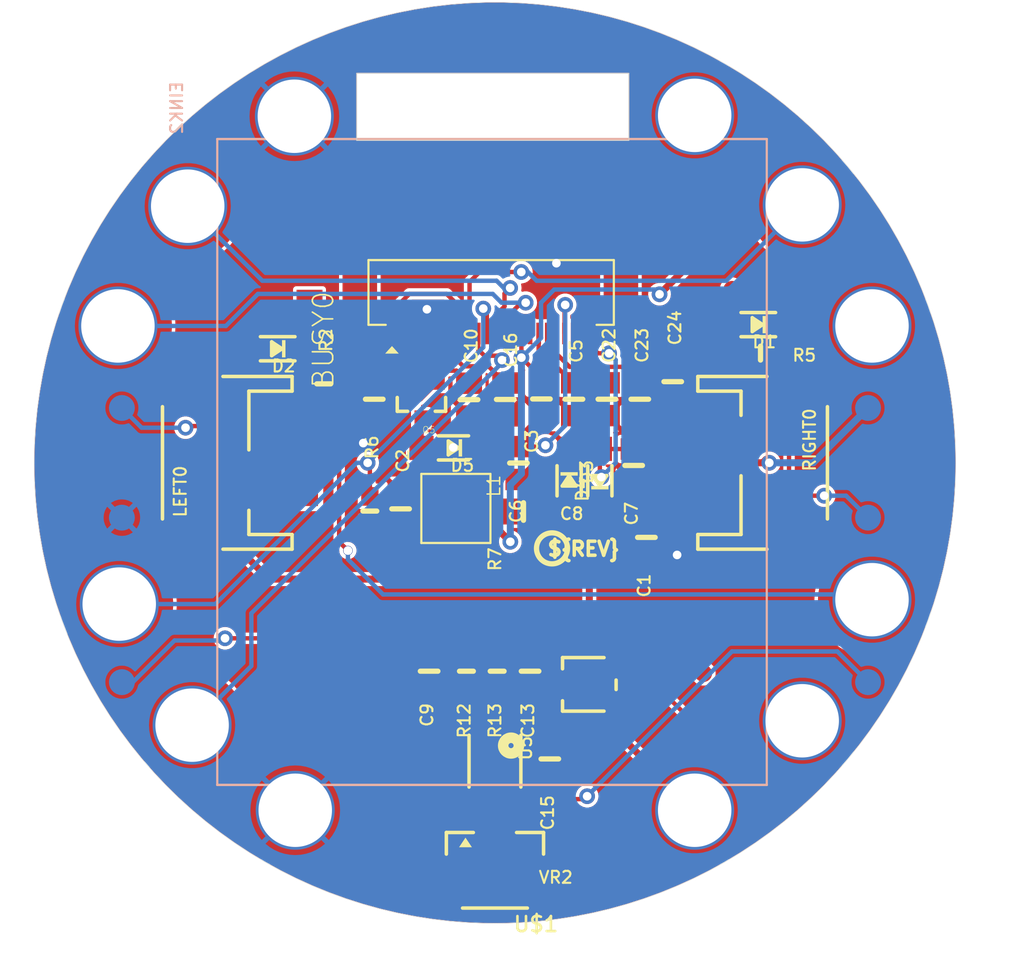
<source format=kicad_pcb>
(kicad_pcb (version 20221018) (generator pcbnew)
  (layers (0 "F.Cu" signal) (1 "In1.Cu" signal) (2 "In2.Cu" signal) (3 "In3.Cu" signal) (4 "In4.Cu" signal) (5 "In5.Cu" signal) (6 "In6.Cu" signal) (7 "In7.Cu" signal) (8 "In8.Cu" signal) (9 "In9.Cu" signal) (10 "In10.Cu" signal) (11 "In11.Cu" signal) (12 "In12.Cu" signal) (13 "In13.Cu" signal) (14 "In14.Cu" signal) (31 "B.Cu" signal) (34 "B.Paste" user) (35 "F.Paste" user) (36 "B.SilkS" user "B.Silkscreen") (37 "F.SilkS" user "F.Silkscreen") (38 "B.Mask" user) (39 "F.Mask" user) (44 "Edge.Cuts" user))
  (net 0 "")
  (net 1 "GND")
  (net 2 "3.3V")
  (net 3 "A0_SPEAKER")
  (net 4 "V+")
  (net 5 "N$19")
  (net 6 "N$20")
  (net 7 "N$21")
  (net 8 "N$22")
  (net 9 "N$23")
  (net 10 "SPKR+")
  (net 11 "SPKR-")
  (net 12 "A7_EINK_DC")
  (net 13 "VGH")
  (net 14 "VGL")
  (net 15 "A2")
  (net 16 "BUSY")
  (net 17 "A6_EINK_CS")
  (net 18 "GDR")
  (net 19 "RESE")
  (net 20 "N$4")
  (net 21 "N$5")
  (net 22 "N$6")
  (net 23 "N$27")
  (net 24 "N$33")
  (net 25 "N$2")
  (net 26 "N$3")
  (net 27 "N$9")
  (net 28 "A3_EINK_RST")
  (net 29 "SDA_MOSI")
  (net 30 "A1")
  (net 31 "SCL_SCK")
  (net 32 "A2_")
  (net 33 "A1_")
  (footprint "working:SOT23-3" (layer "F.Cu") (at 144.2466 101.3206 180)
    (fp_text reference "Q5" (at -0.8255 -1.778) (layer "F.SilkS") (effects (font (size 0.376489 0.376489) (thickness 0.029911)) (justify right)))
    (fp_text value "IRLML0100")
    (pad "1" smd rect (at -0.95 1 180) (size 0.8 0.9) (layers "F.Cu" "F.Paste" "F.Mask") (net 18 "GDR"))
    (pad "2" smd rect (at 0.95 1 180) (size 0.8 0.9) (layers "F.Cu" "F.Paste" "F.Mask") (net 19 "RESE"))
    (pad "3" smd rect (at 0 -1.1 180) (size 0.8 0.9) (layers "F.Cu" "F.Paste" "F.Mask") (net 26 "N$3"))
  )
  (footprint "working:0603-NO" (layer "F.Cu") (at 148.6281 117.0686 -90)
    (fp_text reference "R13" (at 1.778 0.127 90) (layer "F.SilkS") (effects (font (size 0.692831 0.692831) (thickness 0.119969)) (justify right)))
    (fp_text value "100")
    (pad "1" smd rect (at -0.85 0 270) (size 1.075 1) (layers "F.Cu" "F.Paste" "F.Mask") (net 8 "N$22"))
    (pad "2" smd rect (at 0.85 0 270) (size 1.075 1) (layers "F.Cu" "F.Paste" "F.Mask") (net 6 "N$20"))
  )
  (footprint "working:PCBFEAT-REV-040" (layer "F.Cu") (at 151.8031 109.9566)
    (fp_text reference "U$7" hide)
    (fp_text value "" hide)
    (fp_text user "${REV}" (at -0.3556 0.508) (layer "F.SilkS") (effects (font (size 0.8128 0.8128) (thickness 0.2032)) (justify left bottom)))
  )
  (footprint "working:SOD-323" (layer "F.Cu") (at 163.7411 97.0026 180)
    (fp_text reference "D1" (at -1.1 -1) (layer "F.SilkS") (effects (font (size 0.692831 0.692831) (thickness 0.119969)) (justify right)))
    (fp_text value "3.6V")
    (pad "A" smd rect (at 1.27 0 180) (size 1.35 0.8) (layers "F.Cu" "F.Paste" "F.Mask") (net 1 "GND"))
    (pad "C" smd rect (at -1.27 0 180) (size 1.35 0.8) (layers "F.Cu" "F.Paste" "F.Mask") (net 15 "A2"))
  )
  (footprint "working:0805-NO" (layer "F.Cu") (at 144.6911 117.0686 -90)
    (fp_text reference "C9" (at 1.778 0.127 90) (layer "F.SilkS") (effects (font (size 0.692831 0.692831) (thickness 0.119969)) (justify right)))
    (fp_text value "1uF")
    (pad "1" smd rect (at -0.95 0 270) (size 1.24 1.5) (layers "F.Cu" "F.Paste" "F.Mask") (net 7 "N$21"))
    (pad "2" smd rect (at 0.95 0 270) (size 1.24 1.5) (layers "F.Cu" "F.Paste" "F.Mask") (net 1 "GND"))
  )
  (footprint "working:SMT_NUT_3MM" (layer "F.Cu") (at 160.0581 84.8868 90)
    (fp_text reference "TP2" hide)
    (fp_text value "SEWTAP_SMTNUTM3" hide)
    (fp_circle (center 0 0) (end 2.6162 0) (stroke (width 1.016)) (fill none) (layer "F.Cu"))
    (pad "P$1" thru_hole circle (at 0 0 90) (size 4.572 4.572) (drill 4.25) (layers "*.Cu" "*.Mask") (net 2 "3.3V"))
  )
  (footprint "working:0805-NO" (layer "F.Cu") (at 150.5331 117.0686 -90)
    (fp_text reference "C13" (at 1.778 0.127 90) (layer "F.SilkS") (effects (font (size 0.692831 0.692831) (thickness 0.119969)) (justify right)))
    (fp_text value "1uF")
    (pad "1" smd rect (at -0.95 0 270) (size 1.24 1.5) (layers "F.Cu" "F.Paste" "F.Mask") (net 8 "N$22"))
    (pad "2" smd rect (at 0.95 0 270) (size 1.24 1.5) (layers "F.Cu" "F.Paste" "F.Mask") (net 9 "N$23"))
  )
  (footprint "working:FIDUCIAL_1MM" (layer "F.Cu") (at 162.2171 94.9706)
    (fp_text reference "U$2" hide)
    (fp_text value "FIDUCIAL_1MM" hide)
    (pad "1" smd roundrect (at 0 0) (size 1 1) (layers "F.Cu" "F.Mask") (roundrect_rratio 0.5))
  )
  (footprint "working:FIDUCIAL_1MM" (layer "F.Cu") (at 160.5661 117.1956)
    (fp_text reference "U$6" hide)
    (fp_text value "FIDUCIAL_1MM" hide)
    (pad "1" smd roundrect (at 0 0) (size 1 1) (layers "F.Cu" "F.Mask") (roundrect_rratio 0.5))
  )
  (footprint "working:SMT_NUT_3MM" (layer "F.Cu") (at 136.8933 84.9376 90)
    (fp_text reference "TP4" hide)
    (fp_text value "SEWTAP_SMTNUTM3" hide)
    (fp_circle (center 0 0) (end 2.6162 0) (stroke (width 1.016)) (fill none) (layer "F.Cu"))
    (pad "P$1" thru_hole circle (at 0 0 90) (size 4.572 4.572) (drill 4.25) (layers "*.Cu" "*.Mask") (net 1 "GND"))
  )
  (footprint "working:SMT_NUT_3MM" (layer "F.Cu") (at 166.2811 90.0684 90)
    (fp_text reference "TP6" hide)
    (fp_text value "SEWTAP_SMTNUTM3" hide)
    (fp_circle (center 0 0) (end 2.6162 0) (stroke (width 1.016)) (fill none) (layer "F.Cu"))
    (pad "P$1" thru_hole circle (at 0 0 90) (size 4.572 4.572) (drill 4.25) (layers "*.Cu" "*.Mask") (net 28 "A3_EINK_RST"))
  )
  (footprint "working:SMT_NUT_3MM" (layer "F.Cu") (at 170.3197 112.9284 90)
    (fp_text reference "TP8" hide)
    (fp_text value "SEWTAP_SMTNUTM3" hide)
    (fp_circle (center 0 0) (end 2.6162 0) (stroke (width 1.016)) (fill none) (layer "F.Cu"))
    (pad "P$1" thru_hole circle (at 0 0 90) (size 4.572 4.572) (drill 4.25) (layers "*.Cu" "*.Mask") (net 30 "A1"))
  )
  (footprint "working:0805-NO" (layer "F.Cu") (at 158.7881 100.3046 90)
    (fp_text reference "C24" (at 2.032 0.127 90) (layer "F.SilkS") (effects (font (size 0.692831 0.692831) (thickness 0.119969)) (justify left)))
    (fp_text value "1uF")
    (pad "1" smd rect (at -0.95 0 90) (size 1.24 1.5) (layers "F.Cu" "F.Paste" "F.Mask") (net 1 "GND"))
    (pad "2" smd rect (at 0.95 0 90) (size 1.24 1.5) (layers "F.Cu" "F.Paste" "F.Mask") (net 24 "N$33"))
  )
  (footprint "working:0603-NO" (layer "F.Cu") (at 146.8501 117.0686 -90)
    (fp_text reference "R12" (at 1.778 0.127 90) (layer "F.SilkS") (effects (font (size 0.692831 0.692831) (thickness 0.119969)) (justify right)))
    (fp_text value "100")
    (pad "1" smd rect (at -0.85 0 270) (size 1.075 1) (layers "F.Cu" "F.Paste" "F.Mask") (net 7 "N$21"))
    (pad "2" smd rect (at 0.85 0 270) (size 1.075 1) (layers "F.Cu" "F.Paste" "F.Mask") (net 5 "N$19"))
  )
  (footprint "working:JSTPH3" (layer "F.Cu") (at 133.2611 105.0036 90)
    (fp_text reference "LEFT0" (at -3.2225 -2.9685 90) (layer "F.SilkS") (effects (font (size 0.692831 0.692831) (thickness 0.119969)) (justify left)))
    (fp_text value "JST PH 3")
    (pad "1" smd rect (at -2 2.7 90) (size 1 4.6) (layers "F.Cu" "F.Paste" "F.Mask") (net 1 "GND"))
    (pad "2" smd rect (at 0 2.7 90) (size 1 4.6) (layers "F.Cu" "F.Paste" "F.Mask") (net 4 "V+"))
    (pad "3" smd rect (at 2 2.7 90) (size 1 4.6) (layers "F.Cu" "F.Paste" "F.Mask") (net 33 "A1_"))
    (pad "NC1" smd rect (at -4.4 -2.5 180) (size 3.4 1.6) (layers "F.Cu" "F.Paste" "F.Mask"))
    (pad "NC2" smd rect (at 4.4 -2.5 180) (size 3.4 1.6) (layers "F.Cu" "F.Paste" "F.Mask"))
  )
  (footprint "working:FIDUCIAL_1MM" (layer "F.Cu") (at 136.6901 117.3226)
    (fp_text reference "U$3" hide)
    (fp_text value "FIDUCIAL_1MM" hide)
    (pad "1" smd roundrect (at 0 0) (size 1 1) (layers "F.Cu" "F.Mask") (roundrect_rratio 0.5))
  )
  (footprint "working:0805-NO" (layer "F.Cu") (at 156.8831 101.3206 90)
    (fp_text reference "C23" (at 2.032 0.127 90) (layer "F.SilkS") (effects (font (size 0.692831 0.692831) (thickness 0.119969)) (justify left)))
    (fp_text value "1uF/25V")
    (pad "1" smd rect (at -0.95 0 90) (size 1.24 1.5) (layers "F.Cu" "F.Paste" "F.Mask") (net 1 "GND"))
    (pad "2" smd rect (at 0.95 0 90) (size 1.24 1.5) (layers "F.Cu" "F.Paste" "F.Mask") (net 23 "N$27"))
  )
  (footprint "working:0805-NO" (layer "F.Cu") (at 154.9781 101.3206 90)
    (fp_text reference "C22" (at 2.032 0.127 90) (layer "F.SilkS") (effects (font (size 0.692831 0.692831) (thickness 0.119969)) (justify left)))
    (fp_text value "1uF/25V")
    (pad "1" smd rect (at -0.95 0 90) (size 1.24 1.5) (layers "F.Cu" "F.Paste" "F.Mask") (net 1 "GND"))
    (pad "2" smd rect (at 0.95 0 90) (size 1.24 1.5) (layers "F.Cu" "F.Paste" "F.Mask") (net 22 "N$6"))
  )
  (footprint "working:SOD-323" (layer "F.Cu") (at 135.9281 98.3996 180)
    (fp_text reference "D2" (at -1.1 -1) (layer "F.SilkS") (effects (font (size 0.692831 0.692831) (thickness 0.119969)) (justify right)))
    (fp_text value "3.6V")
    (pad "A" smd rect (at 1.27 0 180) (size 1.35 0.8) (layers "F.Cu" "F.Paste" "F.Mask") (net 1 "GND"))
    (pad "C" smd rect (at -1.27 0 180) (size 1.35 0.8) (layers "F.Cu" "F.Paste" "F.Mask") (net 30 "A1"))
  )
  (footprint "working:SMT_NUT_3MM" (layer "F.Cu") (at 170.3197 97.0788 90)
    (fp_text reference "TP7" hide)
    (fp_text value "SEWTAP_SMTNUTM3" hide)
    (fp_circle (center 0 0) (end 2.6162 0) (stroke (width 1.016)) (fill none) (layer "F.Cu"))
    (pad "P$1" thru_hole circle (at 0 0 90) (size 4.572 4.572) (drill 4.25) (layers "*.Cu" "*.Mask") (net 15 "A2"))
  )
  (footprint "working:0805-NO" (layer "F.Cu") (at 149.0959 101.3342 90)
    (fp_text reference "C16" (at 1.778 0.3175 90) (layer "F.SilkS") (effects (font (size 0.692831 0.692831) (thickness 0.119969)) (justify left)))
    (fp_text value "1uF")
    (pad "1" smd rect (at -0.95 0 90) (size 1.24 1.5) (layers "F.Cu" "F.Paste" "F.Mask") (net 1 "GND"))
    (pad "2" smd rect (at 0.95 0 90) (size 1.24 1.5) (layers "F.Cu" "F.Paste" "F.Mask") (net 20 "N$4"))
  )
  (footprint "working:SMT_NUT_3MM" (layer "F.Cu") (at 126.6825 97.0788 90)
    (fp_text reference "TP11" hide)
    (fp_text value "SEWTAP_SMTNUTM3" hide)
    (fp_circle (center 0 0) (end 2.6162 0) (stroke (width 1.016)) (fill none) (layer "F.Cu"))
    (pad "P$1" thru_hole circle (at 0 0 90) (size 4.572 4.572) (drill 4.25) (layers "*.Cu" "*.Mask") (net 29 "SDA_MOSI"))
  )
  (footprint "working:0805-NO" (layer "F.Cu") (at 150.1521 107.823)
    (fp_text reference "C8" (at 2.032 0.127) (layer "F.SilkS") (effects (font (size 0.692831 0.692831) (thickness 0.119969)) (justify left)))
    (fp_text value "10uF/25V")
    (pad "1" smd rect (at -0.95 0) (size 1.24 1.5) (layers "F.Cu" "F.Paste" "F.Mask") (net 26 "N$3"))
    (pad "2" smd rect (at 0.95 0) (size 1.24 1.5) (layers "F.Cu" "F.Paste" "F.Mask") (net 25 "N$2"))
  )
  (footprint "working:0603-NO" (layer "F.Cu") (at 141.2621 107.7976 -90)
    (fp_text reference "R7" (at 2.032 -7.239 90) (layer "F.SilkS") (effects (font (size 0.692831 0.692831) (thickness 0.119969)) (justify right)))
    (fp_text value "100K")
    (pad "1" smd rect (at -0.85 0 270) (size 1.075 1) (layers "F.Cu" "F.Paste" "F.Mask") (net 17 "A6_EINK_CS"))
    (pad "2" smd rect (at 0.85 0 270) (size 1.075 1) (layers "F.Cu" "F.Paste" "F.Mask") (net 2 "3.3V"))
  )
  (footprint "working:0805-NO" (layer "F.Cu") (at 149.86 105.0163 -90)
    (fp_text reference "C6" (at 2.032 0.127 90) (layer "F.SilkS") (effects (font (size 0.692831 0.692831) (thickness 0.119969)) (justify right)))
    (fp_text value "1uF/25V")
    (pad "1" smd rect (at -0.95 0 270) (size 1.24 1.5) (layers "F.Cu" "F.Paste" "F.Mask") (net 13 "VGH"))
    (pad "2" smd rect (at 0.95 0 270) (size 1.24 1.5) (layers "F.Cu" "F.Paste" "F.Mask") (net 1 "GND"))
  )
  (footprint "working:0805-NO" (layer "F.Cu") (at 147.0025 101.346 90)
    (fp_text reference "C10" (at 2.032 0.127 90) (layer "F.SilkS") (effects (font (size 0.692831 0.692831) (thickness 0.119969)) (justify left)))
    (fp_text value "1uF/10V")
    (pad "1" smd rect (at -0.95 0 90) (size 1.24 1.5) (layers "F.Cu" "F.Paste" "F.Mask") (net 1 "GND"))
    (pad "2" smd rect (at 0.95 0 90) (size 1.24 1.5) (layers "F.Cu" "F.Paste" "F.Mask") (net 27 "N$9"))
  )
  (footprint "working:SMT_NUT_3MM" (layer "F.Cu") (at 136.9441 125.1204 90)
    (fp_text reference "TP5" hide)
    (fp_text value "SEWTAP_SMTNUTM3" hide)
    (fp_circle (center 0 0) (end 2.6162 0) (stroke (width 1.016)) (fill none) (layer "F.Cu"))
    (pad "P$1" thru_hole circle (at 0 0 90) (size 4.572 4.572) (drill 4.25) (layers "*.Cu" "*.Mask") (net 1 "GND"))
  )
  (footprint "working:0805-NO" (layer "F.Cu") (at 151.6761 122.1486 -90)
    (fp_text reference "C15" (at 2.032 0.127 90) (layer "F.SilkS") (effects (font (size 0.692831 0.692831) (thickness 0.119969)) (justify right)))
    (fp_text value "10uF")
    (pad "1" smd rect (at -0.95 0 270) (size 1.24 1.5) (layers "F.Cu" "F.Paste" "F.Mask") (net 4 "V+"))
    (pad "2" smd rect (at 0.95 0 270) (size 1.24 1.5) (layers "F.Cu" "F.Paste" "F.Mask") (net 1 "GND"))
  )
  (footprint "working:0805-NO" (layer "F.Cu") (at 157.2641 109.3216 -90)
    (fp_text reference "C1" (at 2.032 0.127 90) (layer "F.SilkS") (effects (font (size 0.692831 0.692831) (thickness 0.119969)) (justify right)))
    (fp_text value "10uF")
    (pad "1" smd rect (at -0.95 0 270) (size 1.24 1.5) (layers "F.Cu" "F.Paste" "F.Mask") (net 4 "V+"))
    (pad "2" smd rect (at 0.95 0 270) (size 1.24 1.5) (layers "F.Cu" "F.Paste" "F.Mask") (net 1 "GND"))
  )
  (footprint "working:TRIMPOT_BOURNS_3303W" (layer "F.Cu") (at 153.9621 117.8306 90)
    (fp_text reference "VR2" (at -11.176 -0.889) (layer "F.SilkS") (effects (font (size 0.692831 0.692831) (thickness 0.119969)) (justify right)))
    (fp_text value "10K trim")
    (pad "1" smd rect (at -1 1.6 180) (size 1.2 1.2) (layers "F.Cu" "F.Paste" "F.Mask") (net 1 "GND"))
    (pad "2" smd rect (at 0 -1.65 90) (size 1.6 1.5) (layers "F.Cu" "F.Paste" "F.Mask") (net 9 "N$23"))
    (pad "3" smd rect (at 1 1.6 180) (size 1.2 1.2) (layers "F.Cu" "F.Paste" "F.Mask") (net 3 "A0_SPEAKER"))
  )
  (footprint "working:0805-NO" (layer "F.Cu") (at 151.1895 101.307 90)
    (fp_text reference "C3" (at -1.694 -0.5635 90) (layer "F.SilkS") (effects (font (size 0.692831 0.692831) (thickness 0.119969)) (justify right)))
    (fp_text value "10uF/10V+")
    (pad "1" smd rect (at -0.95 0 90) (size 1.24 1.5) (layers "F.Cu" "F.Paste" "F.Mask") (net 1 "GND"))
    (pad "2" smd rect (at 0.95 0 90) (size 1.24 1.5) (layers "F.Cu" "F.Paste" "F.Mask") (net 2 "3.3V"))
  )
  (footprint "working:SMT_NUT_3MM" (layer "F.Cu") (at 130.9751 120.1928 90)
    (fp_text reference "TP13" hide)
    (fp_text value "SEWTAP_SMTNUTM3" hide)
    (fp_circle (center 0 0) (end 2.6162 0) (stroke (width 1.016)) (fill none) (layer "F.Cu"))
    (pad "P$1" thru_hole circle (at 0 0 90) (size 4.572 4.572) (drill 4.25) (layers "*.Cu" "*.Mask") (net 12 "A7_EINK_DC"))
  )
  (footprint "working:SMT_NUT_3MM" (layer "F.Cu") (at 160.0581 125.1204 90)
    (fp_text reference "TP3" hide)
    (fp_text value "SEWTAP_SMTNUTM3" hide)
    (fp_circle (center 0 0) (end 2.6162 0) (stroke (width 1.016)) (fill none) (layer "F.Cu"))
    (pad "P$1" thru_hole circle (at 0 0 90) (size 4.572 4.572) (drill 4.25) (layers "*.Cu" "*.Mask") (net 4 "V+"))
  )
  (footprint "working:0603-NO" (layer "F.Cu") (at 138.5951 100.4316 90)
    (fp_text reference "R2" (at 1.778 0.127 90) (layer "F.SilkS") (effects (font (size 0.692831 0.692831) (thickness 0.119969)) (justify left)))
    (fp_text value "1K")
    (pad "1" smd rect (at -0.85 0 90) (size 1.075 1) (layers "F.Cu" "F.Paste" "F.Mask") (net 33 "A1_"))
    (pad "2" smd rect (at 0.85 0 90) (size 1.075 1) (layers "F.Cu" "F.Paste" "F.Mask") (net 30 "A1"))
  )
  (footprint "working:53398-0271" (layer "F.Cu") (at 148.5011 127.9906 180)
    (fp_text reference "U$1" (at -3.75 -3.73) (layer "F.SilkS") (effects (font (size 0.866038 0.866038) (thickness 0.149962)) (justify right)))
    (fp_text value "CON_MOLEX_2P")
    (pad "1" smd rect (at 0.625 1.27) (size 0.8 1.6) (layers "F.Cu" "F.Paste" "F.Mask") (net 10 "SPKR+"))
    (pad "2" smd rect (at -0.625 1.27) (size 0.8 1.6) (layers "F.Cu" "F.Paste" "F.Mask") (net 11 "SPKR-"))
    (pad "M1" smd rect (at 3.185 -1.48 90) (size 3 2.1) (layers "F.Cu" "F.Paste" "F.Mask"))
    (pad "M2" smd rect (at -3.185 -1.48 90) (size 3 2.1) (layers "F.Cu" "F.Paste" "F.Mask"))
  )
  (footprint "working:SMT_NUT_3MM" (layer "F.Cu") (at 166.2811 119.9388 90)
    (fp_text reference "TP9" hide)
    (fp_text value "SEWTAP_SMTNUTM3" hide)
    (fp_circle (center 0 0) (end 2.6162 0) (stroke (width 1.016)) (fill none) (layer "F.Cu"))
    (pad "P$1" thru_hole circle (at 0 0 90) (size 4.572 4.572) (drill 4.25) (layers "*.Cu" "*.Mask") (net 3 "A0_SPEAKER"))
  )
  (footprint "working:0805-NO" (layer "F.Cu") (at 156.5275 105.156 -90)
    (fp_text reference "C7" (at 2.032 0.127 90) (layer "F.SilkS") (effects (font (size 0.692831 0.692831) (thickness 0.119969)) (justify right)))
    (fp_text value "1uF/25V")
    (pad "1" smd rect (at -0.95 0 270) (size 1.24 1.5) (layers "F.Cu" "F.Paste" "F.Mask") (net 14 "VGL"))
    (pad "2" smd rect (at 0.95 0 270) (size 1.24 1.5) (layers "F.Cu" "F.Paste" "F.Mask") (net 1 "GND"))
  )
  (footprint "working:0805_10MGAP" (layer "F.Cu") (at 141.5161 101.3206 -90)
    (fp_text reference "R6" (at 2.032 0.127 90) (layer "F.SilkS") (effects (font (size 0.692831 0.692831) (thickness 0.119969)) (justify right)))
    (fp_text value ".47ohm")
    (pad "1" smd rect (at -1.05 0 270) (size 1.2 1.5) (layers "F.Cu" "F.Paste" "F.Mask") (net 19 "RESE"))
    (pad "2" smd rect (at 1.05 0 270) (size 1.2 1.5) (layers "F.Cu" "F.Paste" "F.Mask") (net 1 "GND"))
  )
  (footprint "working:SOD-123" (layer "F.Cu") (at 152.7937 106.045 -90)
    (fp_text reference "D3" (at -1.27 -1.016 90) (layer "F.SilkS") (effects (font (size 0.692831 0.692831) (thickness 0.119969)) (justify right)))
    (fp_text value "MBR0530")
    (pad "A" smd rect (at 1.85 0) (size 1.4 1.4) (layers "F.Cu" "F.Paste" "F.Mask") (net 25 "N$2"))
    (pad "C" smd rect (at -1.85 0) (size 1.4 1.4) (layers "F.Cu" "F.Paste" "F.Mask") (net 1 "GND"))
  )
  (footprint "working:INDUCTOR_4X4MM_NR401" (layer "F.Cu") (at 146.2405 107.6452 -90)
    (fp_text reference "L1" (at -2 -2.2 90) (layer "F.SilkS") (effects (font (size 0.726968 0.726968) (thickness 0.085832)) (justify right)))
    (fp_text value "10uH")
    (pad "P$1" smd rect (at -1.4 0 270) (size 1.2 3.7) (layers "F.Cu" "F.Paste" "F.Mask") (net 26 "N$3"))
    (pad "P$2" smd rect (at 1.4 0 270) (size 1.2 3.7) (layers "F.Cu" "F.Paste" "F.Mask") (net 2 "3.3V"))
  )
  (footprint "working:0805-NO" (layer "F.Cu") (at 143.0401 107.6706 90)
    (fp_text reference "C2" (at 2.032 0.127 90) (layer "F.SilkS") (effects (font (size 0.692831 0.692831) (thickness 0.119969)) (justify left)))
    (fp_text value "10uF")
    (pad "1" smd rect (at -0.95 0 90) (size 1.24 1.5) (layers "F.Cu" "F.Paste" "F.Mask") (net 2 "3.3V"))
    (pad "2" smd rect (at 0.95 0 90) (size 1.24 1.5) (layers "F.Cu" "F.Paste" "F.Mask") (net 1 "GND"))
  )
  (footprint "working:0805-NO" (layer "F.Cu") (at 153.0731 101.3206 90)
    (fp_text reference "C5" (at 2.032 0.127 90) (layer "F.SilkS") (effects (font (size 0.692831 0.692831) (thickness 0.119969)) (justify left)))
    (fp_text value "1uF/10V")
    (pad "1" smd rect (at -0.95 0 90) (size 1.24 1.5) (layers "F.Cu" "F.Paste" "F.Mask") (net 1 "GND"))
    (pad "2" smd rect (at 0.95 0 90) (size 1.24 1.5) (layers "F.Cu" "F.Paste" "F.Mask") (net 21 "N$5"))
  )
  (footprint "working:TP15SQ" (layer "F.Cu") (at 137.7696 95.7326 -90)
    (fp_text reference "BUSY0" (at -0.7501 -0.8001 90) (layer "F.SilkS") (effects (font (size 1.176528 1.176528) (thickness 0.093472)) (justify right)))
    (fp_text value "TPTP15SQ")
    (pad "TP" smd rect (at 0 0 270) (size 1.5 1.5) (layers "F.Cu" "F.Mask") (net 16 "BUSY"))
  )
  (footprint "working:0603-NO" (layer "F.Cu") (at 163.8681 98.6536)
    (fp_text reference "R5" (at 1.778 0.127) (layer "F.SilkS") (effects (font (size 0.692831 0.692831) (thickness 0.119969)) (justify left)))
    (fp_text value "1K")
    (pad "1" smd rect (at -0.85 0) (size 1.075 1) (layers "F.Cu" "F.Paste" "F.Mask") (net 32 "A2_"))
    (pad "2" smd rect (at 0.85 0) (size 1.075 1) (layers "F.Cu" "F.Paste" "F.Mask") (net 15 "A2"))
  )
  (footprint "working:MSOP8_0.65MM" (layer "F.Cu") (at 148.5011 122.2756 180)
    (fp_text reference "U5" (at -1.778 1.524 90) (layer "F.SilkS") (effects (font (size 0.692831 0.692831) (thickness 0.119969)) (justify right)))
    (fp_text value "PAM8302AASCR")
    (pad "1" smd rect (at -0.975 2.2 270) (size 1.3 0.4) (layers "F.Cu" "F.Paste" "F.Mask") (net 4 "V+"))
    (pad "2" smd rect (at -0.325 2.2 270) (size 1.3 0.4) (layers "F.Cu" "F.Paste" "F.Mask"))
    (pad "3" smd rect (at 0.325 2.2 270) (size 1.3 0.4) (layers "F.Cu" "F.Paste" "F.Mask") (net 6 "N$20"))
    (pad "4" smd rect (at 0.975 2.2 270) (size 1.3 0.4) (layers "F.Cu" "F.Paste" "F.Mask") (net 5 "N$19"))
    (pad "5" smd rect (at 0.975 -2.2 270) (size 1.3 0.4) (layers "F.Cu" "F.Paste" "F.Mask") (net 10 "SPKR+"))
    (pad "6" smd rect (at 0.325 -2.2 270) (size 1.3 0.4) (layers "F.Cu" "F.Paste" "F.Mask") (net 4 "V+"))
    (pad "7" smd rect (at -0.325 -2.2 270) (size 1.3 0.4) (layers "F.Cu" "F.Paste" "F.Mask") (net 1 "GND"))
    (pad "8" smd rect (at -0.975 -2.2 270) (size 1.3 0.4) (layers "F.Cu" "F.Paste" "F.Mask") (net 11 "SPKR-"))
  )
  (footprint "working:SOD-123" (layer "F.Cu") (at 146.1008 104.14 180)
    (fp_text reference "D5" (at -1.27 -1.016) (layer "F.SilkS") (effects (font (size 0.692831 0.692831) (thickness 0.119969)) (justify right)))
    (fp_text value "MBR0530")
    (pad "A" smd rect (at 1.85 0 270) (size 1.4 1.4) (layers "F.Cu" "F.Paste" "F.Mask") (net 26 "N$3"))
    (pad "C" smd rect (at -1.85 0 270) (size 1.4 1.4) (layers "F.Cu" "F.Paste" "F.Mask") (net 13 "VGH"))
  )
  (footprint "working:SOD-123" (layer "F.Cu") (at 154.5717 106.045 90)
    (fp_text reference "D4" (at -1.27 -1.016 90) (layer "F.SilkS") (effects (font (size 0.692831 0.692831) (thickness 0.119969)) (justify left)))
    (fp_text value "MBR0530")
    (pad "A" smd rect (at 1.85 0 180) (size 1.4 1.4) (layers "F.Cu" "F.Paste" "F.Mask") (net 14 "VGL"))
    (pad "C" smd rect (at -1.85 0 180) (size 1.4 1.4) (layers "F.Cu" "F.Paste" "F.Mask") (net 25 "N$2"))
  )
  (footprint "working:JSTPH3" (layer "F.Cu") (at 163.7411 105.0036 -90)
    (fp_text reference "RIGHT0" (at -3.2225 -2.9685 90) (layer "F.SilkS") (effects (font (size 0.692831 0.692831) (thickness 0.119969)) (justify right)))
    (fp_text value "JST PH 3")
    (pad "1" smd rect (at -2 2.7 270) (size 1 4.6) (layers "F.Cu" "F.Paste" "F.Mask") (net 1 "GND"))
    (pad "2" smd rect (at 0 2.7 270) (size 1 4.6) (layers "F.Cu" "F.Paste" "F.Mask") (net 4 "V+"))
    (pad "3" smd rect (at 2 2.7 270) (size 1 4.6) (layers "F.Cu" "F.Paste" "F.Mask") (net 32 "A2_"))
    (pad "NC1" smd rect (at -4.4 -2.5) (size 3.4 1.6) (layers "F.Cu" "F.Paste" "F.Mask"))
    (pad "NC2" smd rect (at 4.4 -2.5) (size 3.4 1.6) (layers "F.Cu" "F.Paste" "F.Mask"))
  )
  (footprint "working:SMT_NUT_3MM" (layer "F.Cu") (at 130.7211 90.1446 90)
    (fp_text reference "TP10" hide)
    (fp_text value "SEWTAP_SMTNUTM3" hide)
    (fp_circle (center 0 0) (end 2.6162 0) (stroke (width 1.016)) (fill none) (layer "F.Cu"))
    (pad "P$1" thru_hole circle (at 0 0 90) (size 4.572 4.572) (drill 4.25) (layers "*.Cu" "*.Mask") (net 31 "SCL_SCK"))
  )
  (footprint "working:SMT_NUT_3MM" (layer "F.Cu") (at 126.7587 113.1824 90)
    (fp_text reference "TP12" hide)
    (fp_text value "SEWTAP_SMTNUTM3" hide)
    (fp_circle (center 0 0) (end 2.6162 0) (stroke (width 1.016)) (fill none) (layer "F.Cu"))
    (pad "P$1" thru_hole circle (at 0 0 90) (size 4.572 4.572) (drill 4.25) (layers "*.Cu" "*.Mask") (net 17 "A6_EINK_CS"))
  )
  (footprint "working:EINKGIZMO_BACK" (layer "F.Cu") (at 121.8311 131.6736)
    (fp_text reference "U$4" hide)
    (fp_text value "" hide)
  )
  (footprint "working:TESTPOINT_ROUND_1.5MM_NO" (layer "B.Cu") (at 126.9111 108.1786 180)
    (fp_text reference "TP18" hide)
    (fp_text value "" hide)
    (pad "P$1" smd roundrect (at 0 0 180) (size 1.5 1.5) (layers "B.Cu" "B.Mask") (roundrect_rratio 0.5) (net 1 "GND"))
  )
  (footprint "working:EINKGIZMO_FRONT" (layer "B.Cu") (at 175.1711 131.6736 180)
    (fp_text reference "U$8" hide)
    (fp_text value "" hide)
  )
  (footprint "working:TESTPOINT_ROUND_1.5MM_NO" (layer "B.Cu") (at 170.0911 108.1786 180)
    (fp_text reference "TP14" hide)
    (fp_text value "" hide)
    (pad "P$1" smd roundrect (at 0 0 180) (size 1.5 1.5) (layers "B.Cu" "B.Mask") (roundrect_rratio 0.5) (net 32 "A2_"))
  )
  (footprint "working:TESTPOINT_ROUND_1.5MM_NO" (layer "B.Cu") (at 170.0911 101.8286 180)
    (fp_text reference "TP17" hide)
    (fp_text value "" hide)
    (pad "P$1" smd roundrect (at 0 0 180) (size 1.5 1.5) (layers "B.Cu" "B.Mask") (roundrect_rratio 0.5) (net 4 "V+"))
  )
  (footprint "working:TESTPOINT_ROUND_1.5MM_NO" (layer "B.Cu") (at 170.0911 117.7036 180)
    (fp_text reference "TP16" hide)
    (fp_text value "" hide)
    (pad "P$1" smd roundrect (at 0 0 180) (size 1.5 1.5) (layers "B.Cu" "B.Mask") (roundrect_rratio 0.5) (net 11 "SPKR-"))
  )
  (footprint "working:EINK_154IN" (layer "B.Cu") (at 134.5311 93.9546 -90)
    (fp_text reference "EINK2" (at -7.9 4.45 -270) (layer "B.SilkS") (effects (font (size 0.692831 0.692831) (thickness 0.119969)) (justify right mirror)))
    (fp_text value "EINK_24PIN_154IN")
    (pad "1" smd rect (at 3.56 -8) (size 0.275 1.25) (layers "F.Cu" "F.Paste" "F.Mask"))
    (pad "2" smd rect (at 3.56 -8.5) (size 0.275 1.25) (layers "F.Cu" "F.Paste" "F.Mask") (net 18 "GDR"))
    (pad "3" smd rect (at 3.56 -9) (size 0.275 1.25) (layers "F.Cu" "F.Paste" "F.Mask") (net 19 "RESE"))
    (pad "4" smd rect (at 3.56 -9.5) (size 0.275 1.25) (layers "F.Cu" "F.Paste" "F.Mask") (net 27 "N$9"))
    (pad "5" smd rect (at 3.56 -10) (size 0.275 1.25) (layers "F.Cu" "F.Paste" "F.Mask") (net 20 "N$4"))
    (pad "6" smd rect (at 3.56 -10.5) (size 0.275 1.25) (layers "F.Cu" "F.Paste" "F.Mask"))
    (pad "7" smd rect (at 3.56 -11) (size 0.275 1.25) (layers "F.Cu" "F.Paste" "F.Mask"))
    (pad "8" smd rect (at 3.56 -11.5) (size 0.275 1.25) (layers "F.Cu" "F.Paste" "F.Mask") (net 1 "GND"))
    (pad "9" smd rect (at 3.56 -12) (size 0.275 1.25) (layers "F.Cu" "F.Paste" "F.Mask") (net 16 "BUSY"))
    (pad "10" smd rect (at 3.56 -12.5) (size 0.275 1.25) (layers "F.Cu" "F.Paste" "F.Mask") (net 28 "A3_EINK_RST"))
    (pad "11" smd rect (at 3.56 -13) (size 0.275 1.25) (layers "F.Cu" "F.Paste" "F.Mask") (net 12 "A7_EINK_DC"))
    (pad "12" smd rect (at 3.56 -13.5) (size 0.275 1.25) (layers "F.Cu" "F.Paste" "F.Mask") (net 17 "A6_EINK_CS"))
    (pad "13" smd rect (at 3.56 -14) (size 0.275 1.25) (layers "F.Cu" "F.Paste" "F.Mask") (net 31 "SCL_SCK"))
    (pad "14" smd rect (at 3.56 -14.5) (size 0.275 1.25) (layers "F.Cu" "F.Paste" "F.Mask") (net 29 "SDA_MOSI"))
    (pad "15" smd rect (at 3.56 -15) (size 0.275 1.25) (layers "F.Cu" "F.Paste" "F.Mask") (net 2 "3.3V"))
    (pad "16" smd rect (at 3.56 -15.5) (size 0.275 1.25) (layers "F.Cu" "F.Paste" "F.Mask") (net 2 "3.3V"))
    (pad "17" smd rect (at 3.56 -16) (size 0.275 1.25) (layers "F.Cu" "F.Paste" "F.Mask") (net 1 "GND"))
    (pad "18" smd rect (at 3.56 -16.5) (size 0.275 1.25) (layers "F.Cu" "F.Paste" "F.Mask") (net 21 "N$5"))
    (pad "19" smd rect (at 3.56 -17) (size 0.275 1.25) (layers "F.Cu" "F.Paste" "F.Mask"))
    (pad "20" smd rect (at 3.56 -17.5) (size 0.275 1.25) (layers "F.Cu" "F.Paste" "F.Mask") (net 22 "N$6"))
    (pad "21" smd rect (at 3.56 -18) (size 0.275 1.25) (layers "F.Cu" "F.Paste" "F.Mask") (net 13 "VGH"))
    (pad "22" smd rect (at 3.56 -18.5) (size 0.275 1.25) (layers "F.Cu" "F.Paste" "F.Mask") (net 23 "N$27"))
    (pad "23" smd rect (at 3.56 -19) (size 0.275 1.25) (layers "F.Cu" "F.Paste" "F.Mask") (net 14 "VGL"))
    (pad "24" smd rect (at 3.56 -19.5) (size 0.275 1.25) (layers "F.Cu" "F.Paste" "F.Mask") (net 24 "N$33"))
    (pad "SPRT1" smd rect (at 1.1 -6.15 270) (size 3 2) (layers "F.Cu" "F.Paste" "F.Mask"))
    (pad "SPRT2" smd rect (at 1.1 -21.26 270) (size 3 2) (layers "F.Cu" "F.Paste" "F.Mask"))
  )
  (footprint "working:TESTPOINT_ROUND_1.5MM_NO" (layer "B.Cu") (at 126.9111 117.7036 180)
    (fp_text reference "TP15" hide)
    (fp_text value "" hide)
    (pad "P$1" smd roundrect (at 0 0 180) (size 1.5 1.5) (layers "B.Cu" "B.Mask") (roundrect_rratio 0.5) (net 10 "SPKR+"))
  )
  (footprint "working:TESTPOINT_ROUND_1.5MM_NO" (layer "B.Cu") (at 126.9111 101.8286 180)
    (fp_text reference "TP1" hide)
    (fp_text value "" hide)
    (pad "P$1" smd roundrect (at 0 0 180) (size 1.5 1.5) (layers "B.Cu" "B.Mask") (roundrect_rratio 0.5) (net 33 "A1_"))
  )
  (gr_circle (center 148.5011 105.0036) (end 175.1711 105.0036) (stroke (width 0.0254)) (fill none) (layer "Edge.Cuts"))
  (gr_line (start 156.2481 82.4484) (end 156.2481 86.3346) (stroke (width 0.05)) (layer "Edge.Cuts"))
  (gr_line (start 140.5001 82.4484) (end 156.2481 82.4484) (stroke (width 0.05)) (layer "Edge.Cuts"))
  (gr_line (start 156.2481 86.3346) (end 140.5001 86.3346) (stroke (width 0.05)) (layer "Edge.Cuts"))
  (gr_line (start 140.5001 86.3346) (end 140.5001 82.4484) (stroke (width 0.05)) (layer "Edge.Cuts"))
  (via (at 159.0421 110.3376) (size 0.55) (drill 0.5) (layers "F.Cu" "B.Cu") (net 1))
  (via (at 152.0571 93.4466) (size 0.55) (drill 0.5) (layers "F.Cu" "B.Cu") (net 1))
  (via (at 144.5641 96.1136) (size 0.55) (drill 0.5) (layers "F.Cu" "B.Cu") (net 1))
  (via (at 146.0881 104.1146) (size 0.55) (drill 0.5) (layers "F.Cu" "B.Cu") (net 1))
  (via (at 140.8811 103.8606) (size 0.55) (drill 0.5) (layers "F.Cu" "B.Cu") (net 1))
  (segment (start 148.8597 109.0452) (end 149.3901 109.5756) (width 0.4064) (layer "F.Cu") (net 2))
  (segment (start 143.0401 108.6206) (end 141.2891 108.6206) (width 0.254) (layer "F.Cu") (net 2))
  (segment (start 149.5311 97.5146) (end 150.0311 97.5146) (width 0.254) (layer "F.Cu") (net 2))
  (segment (start 143.4647 109.0452) (end 143.0401 108.6206) (width 0.4064) (layer "F.Cu") (net 2))
  (segment (start 141.2891 108.6206) (end 141.2621 108.6476) (width 0.254) (layer "F.Cu") (net 2))
  (segment (start 150.0311 97.5146) (end 150.0311 98.9136) (width 0.254) (layer "F.Cu") (net 2))
  (segment (start 150.0311 98.9136) (end 151.1895 100.072) (width 0.254) (layer "F.Cu") (net 2))
  (segment (start 146.2405 109.0452) (end 143.4647 109.0452) (width 0.4064) (layer "F.Cu") (net 2))
  (segment (start 160.0581 84.8868) (end 160.0581 93.214) (width 0.4064) (layer "F.Cu") (net 2))
  (segment (start 160.0581 93.214) (end 158.0261 95.246) (width 0.4064) (layer "F.Cu") (net 2))
  (segment (start 151.1895 100.072) (end 151.1895 100.357) (width 0.254) (layer "F.Cu") (net 2))
  (segment (start 146.2405 109.0452) (end 148.8597 109.0452) (width 0.4064) (layer "F.Cu") (net 2))
  (via (at 158.0261 95.246) (size 0.9064) (drill 0.5) (layers "F.Cu" "B.Cu") (net 2))
  (via (at 150.0311 98.9136) (size 0.9064) (drill 0.5) (layers "F.Cu" "B.Cu") (net 2))
  (via (at 149.3901 109.5756) (size 0.9064) (drill 0.5) (layers "F.Cu" "B.Cu") (net 2))
  (segment (start 151.1681 95.7326) (end 151.9301 94.9706) (width 0.254) (layer "B.Cu") (net 2))
  (segment (start 150.0311 98.9136) (end 151.1681 97.7766) (width 0.254) (layer "B.Cu") (net 2))
  (segment (start 149.3901 106.2736) (end 150.0311 105.6326) (width 0.4064) (layer "B.Cu") (net 2))
  (segment (start 157.7507 94.9706) (end 158.0261 95.246) (width 0.254) (layer "B.Cu") (net 2))
  (segment (start 149.3901 109.5756) (end 149.3901 106.2736) (width 0.4064) (layer "B.Cu") (net 2))
  (segment (start 151.9301 94.9706) (end 157.7507 94.9706) (width 0.254) (layer "B.Cu") (net 2))
  (segment (start 150.0311 105.6326) (end 150.0311 98.9136) (width 0.4064) (layer "B.Cu") (net 2))
  (segment (start 151.1681 97.7766) (end 151.1681 95.7326) (width 0.254) (layer "B.Cu") (net 2))
  (segment (start 156.7721 116.8306) (end 155.5621 116.8306) (width 0.254) (layer "F.Cu") (net 3))
  (segment (start 166.2811 119.9388) (end 159.8803 119.9388) (width 0.254) (layer "F.Cu") (net 3))
  (segment (start 159.8803 119.9388) (end 156.7721 116.8306) (width 0.254) (layer "F.Cu") (net 3))
  (segment (start 149.5421 121.1986) (end 149.4761 121.1326) (width 0.4064) (layer "F.Cu") (net 4))
  (segment (start 153.9621 121.1986) (end 151.6761 121.1986) (width 0.4064) (layer "F.Cu") (net 4))
  (segment (start 158.2801 107.3556) (end 157.2641 108.3716) (width 0.4064) (layer "F.Cu") (net 4))
  (segment (start 149.4761 121.6816) (end 149.4761 121.1326) (width 0.4064) (layer "F.Cu") (net 4))
  (segment (start 135.4201 111.7346) (end 153.9621 111.7346) (width 0.4064) (layer "F.Cu") (net 4))
  (segment (start 157.0101 108.3716) (end 153.9621 111.4196) (width 0.4064) (layer "F.Cu") (net 4))
  (segment (start 133.5151 105.0036) (end 135.9611 105.0036) (width 0.4064) (layer "F.Cu") (net 4))
  (segment (start 158.2801 106.0196) (end 158.2801 107.3556) (width 0.4064) (layer "F.Cu") (net 4))
  (segment (start 148.1761 122.9816) (end 149.4761 121.6816) (width 0.4064) (layer "F.Cu") (net 4))
  (segment (start 164.1856 104.8131) (end 164.3761 105.0036) (width 0.4064) (layer "F.Cu") (net 4))
  (segment (start 148.1761 124.4756) (end 148.1761 122.9816) (width 0.4064) (layer "F.Cu") (net 4))
  (segment (start 151.6761 121.1986) (end 149.5421 121.1986) (width 0.4064) (layer "F.Cu") (net 4))
  (segment (start 156.1363 121.1986) (end 153.9621 121.1986) (width 0.4064) (layer "F.Cu") (net 4))
  (segment (start 159.2961 105.0036) (end 158.2801 106.0196) (width 0.4064) (layer "F.Cu") (net 4))
  (segment (start 157.0101 108.3716) (end 157.2641 108.3716) (width 0.4064) (layer "F.Cu") (net 4))
  (segment (start 153.9621 111.4196) (end 153.9621 111.7346) (width 0.4064) (layer "F.Cu") (net 4))
  (segment (start 133.0071 105.5116) (end 133.5151 105.0036) (width 0.4064) (layer "F.Cu") (net 4))
  (segment (start 160.0581 125.1204) (end 156.1363 121.1986) (width 0.4064) (layer "F.Cu") (net 4))
  (segment (start 133.0071 109.3216) (end 133.0071 105.5116) (width 0.4064) (layer "F.Cu") (net 4))
  (segment (start 133.0071 109.3216) (end 135.4201 111.7346) (width 0.4064) (layer "F.Cu") (net 4))
  (segment (start 161.0411 105.0036) (end 159.2961 105.0036) (width 0.4064) (layer "F.Cu") (net 4))
  (segment (start 149.4761 121.1326) (end 149.4761 120.0756) (width 0.4064) (layer "F.Cu") (net 4))
  (segment (start 163.9951 105.0036) (end 161.0411 105.0036) (width 0.4064) (layer "F.Cu") (net 4))
  (segment (start 153.9621 121.1986) (end 153.9621 111.7346) (width 0.4064) (layer "F.Cu") (net 4))
  (segment (start 164.1856 104.8131) (end 163.9951 105.0036) (width 0.4064) (layer "F.Cu") (net 4))
  (via (at 164.3761 105.0036) (size 0.9064) (drill 0.5) (layers "F.Cu" "B.Cu") (net 4))
  (segment (start 164.3761 105.0036) (end 166.9161 105.0036) (width 0.4064) (layer "B.Cu") (net 4))
  (segment (start 166.9161 105.0036) (end 170.0911 101.8286) (width 0.4064) (layer "B.Cu") (net 4))
  (segment (start 147.6121 118.6806) (end 147.6121 119.9896) (width 0.254) (layer "F.Cu") (net 5))
  (segment (start 147.6121 119.9896) (end 147.5261 120.0756) (width 0.254) (layer "F.Cu") (net 5))
  (segment (start 146.8501 117.9186) (end 147.6121 118.6806) (width 0.254) (layer "F.Cu") (net 5))
  (segment (start 148.1761 118.3706) (end 148.6281 117.9186) (width 0.254) (layer "F.Cu") (net 6))
  (segment (start 148.1761 120.0756) (end 148.1761 118.3706) (width 0.254) (layer "F.Cu") (net 6))
  (segment (start 146.7501 116.1186) (end 146.8501 116.2186) (width 0.254) (layer "F.Cu") (net 7))
  (segment (start 144.6911 116.1186) (end 146.7501 116.1186) (width 0.254) (layer "F.Cu") (net 7))
  (segment (start 150.4331 116.2186) (end 150.5331 116.1186) (width 0.254) (layer "F.Cu") (net 8))
  (segment (start 148.6281 116.2186) (end 150.4331 116.2186) (width 0.254) (layer "F.Cu") (net 8))
  (segment (start 150.5331 118.0186) (end 152.1241 118.0186) (width 0.254) (layer "F.Cu") (net 9))
  (segment (start 152.1241 118.0186) (end 152.3121 117.8306) (width 0.254) (layer "F.Cu") (net 9))
  (segment (start 147.5261 126.3706) (end 147.8761 126.7206) (width 0.254) (layer "F.Cu") (net 10))
  (segment (start 136.9441 115.1636) (end 132.8801 115.1636) (width 0.254) (layer "F.Cu") (net 10))
  (segment (start 146.2561 124.4756) (end 136.9441 115.1636) (width 0.254) (layer "F.Cu") (net 10))
  (segment (start 147.5261 124.4756) (end 147.5261 126.3706) (width 0.254) (layer "F.Cu") (net 10))
  (segment (start 147.5261 124.4756) (end 146.2561 124.4756) (width 0.254) (layer "F.Cu") (net 10))
  (via (at 132.8801 115.1636) (size 0.9064) (drill 0.5) (layers "F.Cu" "B.Cu") (net 10))
  (segment (start 129.9591 115.2906) (end 127.5461 117.7036) (width 0.254) (layer "B.Cu") (net 10))
  (segment (start 132.8801 115.1636) (end 132.7531 115.2906) (width 0.254) (layer "B.Cu") (net 10))
  (segment (start 132.7531 115.2906) (end 129.9591 115.2906) (width 0.254) (layer "B.Cu") (net 10))
  (segment (start 127.5461 117.7036) (end 126.9111 117.7036) (width 0.254) (layer "B.Cu") (net 10))
  (segment (start 149.4761 126.3706) (end 149.1261 126.7206) (width 0.254) (layer "F.Cu") (net 11))
  (segment (start 149.4761 124.4756) (end 149.4761 126.3706) (width 0.254) (layer "F.Cu") (net 11))
  (segment (start 153.6671 124.4756) (end 153.8351 124.3076) (width 0.254) (layer "F.Cu") (net 11))
  (segment (start 149.4761 124.4756) (end 153.6671 124.4756) (width 0.254) (layer "F.Cu") (net 11))
  (via (at 153.8351 124.3076) (size 0.9064) (drill 0.5) (layers "F.Cu" "B.Cu") (net 11))
  (segment (start 168.3131 115.9256) (end 170.0911 117.7036) (width 0.254) (layer "B.Cu") (net 11))
  (segment (start 162.2171 115.9256) (end 168.3131 115.9256) (width 0.254) (layer "B.Cu") (net 11))
  (segment (start 153.8351 124.3076) (end 162.2171 115.9256) (width 0.254) (layer "B.Cu") (net 11))
  (segment (start 147.5311 97.5146) (end 147.5311 98.443188) (width 0.254) (layer "F.Cu") (net 12))
  (segment (start 148.905912 99.056) (end 148.651912 98.802) (width 0.254) (layer "F.Cu") (net 12))
  (segment (start 147.889913 98.802) (end 147.5311 98.443188) (width 0.254) (layer "F.Cu") (net 12))
  (segment (start 148.651912 98.802) (end 147.889913 98.802) (width 0.254) (layer "F.Cu") (net 12))
  (via (at 148.905912 99.056) (size 0.9064) (drill 0.5) (layers "F.Cu" "B.Cu") (net 12))
  (segment (start 148.905912 99.056) (end 148.905912 99.213988) (width 0.254) (layer "B.Cu") (net 12))
  (segment (start 134.4041 116.7638) (end 130.9751 120.1928) (width 0.254) (layer "B.Cu") (net 12))
  (segment (start 134.4041 113.7158) (end 134.4041 116.7638) (width 0.254) (layer "B.Cu") (net 12))
  (segment (start 148.905912 99.213988) (end 134.4041 113.7158) (width 0.254) (layer "B.Cu") (net 12))
  (segment (start 149.86 104.0663) (end 151.3434 104.0663) (width 0.254) (layer "F.Cu") (net 13))
  (segment (start 152.5311 95.8936) (end 152.5311 97.5146) (width 0.254) (layer "F.Cu") (net 13))
  (segment (start 152.5651 95.8596) (end 152.5311 95.8936) (width 0.254) (layer "F.Cu") (net 13))
  (segment (start 151.3434 104.0663) (end 151.4221 103.9876) (width 0.254) (layer "F.Cu") (net 13))
  (segment (start 149.86 104.0663) (end 148.0245 104.0663) (width 0.254) (layer "F.Cu") (net 13))
  (segment (start 148.0245 104.0663) (end 147.9508 104.14) (width 0.254) (layer "F.Cu") (net 13))
  (via (at 151.4221 103.9876) (size 0.9064) (drill 0.5) (layers "F.Cu" "B.Cu") (net 13))
  (via (at 152.5651 95.8596) (size 0.9064) (drill 0.5) (layers "F.Cu" "B.Cu") (net 13))
  (segment (start 152.5651 95.8596) (end 152.5651 102.8446) (width 0.254) (layer "B.Cu") (net 13))
  (segment (start 151.4221 103.9876) (end 152.5651 102.8446) (width 0.254) (layer "B.Cu") (net 13))
  (segment (start 154.6606 105.8291) (end 154.5717 105.7402) (width 0.254) (layer "F.Cu") (net 14))
  (segment (start 154.459112 98.6624) (end 155.1051 98.6624) (width 0.254) (layer "F.Cu") (net 14))
  (segment (start 156.5275 104.206) (end 154.5827 104.206) (width 0.254) (layer "F.Cu") (net 14))
  (segment (start 154.5717 104.195) (end 154.5717 105.7402) (width 0.254) (layer "F.Cu") (net 14))
  (segment (start 153.5311 98.2274) (end 153.8351 98.5314) (width 0.254) (layer "F.Cu") (net 14))
  (segment (start 153.5311 97.5146) (end 153.5311 98.2274) (width 0.254) (layer "F.Cu") (net 14))
  (segment (start 154.5827 104.206) (end 154.5717 104.195) (width 0.254) (layer "F.Cu") (net 14))
  (segment (start 153.8351 98.5314) (end 154.328112 98.5314) (width 0.254) (layer "F.Cu") (net 14))
  (segment (start 154.328112 98.5314) (end 154.459112 98.6624) (width 0.254) (layer "F.Cu") (net 14))
  (via (at 155.1051 98.6624) (size 0.9064) (drill 0.5) (layers "F.Cu" "B.Cu") (net 14))
  (via (at 154.6606 105.8291) (size 0.9064) (drill 0.5) (layers "F.Cu" "B.Cu") (net 14))
  (segment (start 155.1051 98.6624) (end 155.4861 99.0434) (width 0.254) (layer "B.Cu") (net 14))
  (segment (start 154.6606 105.8291) (end 155.4861 105.0036) (width 0.254) (layer "B.Cu") (net 14))
  (segment (start 155.4861 99.0434) (end 155.4861 105.0036) (width 0.254) (layer "B.Cu") (net 14))
  (segment (start 165.0111 98.3606) (end 164.7181 98.6536) (width 0.254) (layer "F.Cu") (net 15))
  (segment (start 165.0111 97.0026) (end 165.0111 98.3606) (width 0.254) (layer "F.Cu") (net 15))
  (segment (start 165.0873 97.0788) (end 165.0111 97.0026) (width 0.254) (layer "F.Cu") (net 15))
  (segment (start 170.3197 97.0788) (end 165.0873 97.0788) (width 0.254) (layer "F.Cu") (net 15))
  (segment (start 141.5161 97.2566) (end 143.5481 95.2246) (width 0.254) (layer "F.Cu") (net 16))
  (segment (start 146.5311 96.0486) (end 146.5311 97.5146) (width 0.254) (layer "F.Cu") (net 16))
  (segment (start 145.7071 95.2246) (end 146.5311 96.0486) (width 0.254) (layer "F.Cu") (net 16))
  (segment (start 143.5481 95.2246) (end 145.7071 95.2246) (width 0.254) (layer "F.Cu") (net 16))
  (segment (start 137.7696 95.7326) (end 139.2936 97.2566) (width 0.254) (layer "F.Cu") (net 16))
  (segment (start 141.5161 97.2566) (end 139.2936 97.2566) (width 0.254) (layer "F.Cu") (net 16))
  (segment (start 148.0311 96.2786) (end 147.825207 96.072707) (width 0.254) (layer "F.Cu") (net 17))
  (segment (start 141.2621 105.0036) (end 141.1351 105.0036) (width 0.254) (layer "F.Cu") (net 17))
  (segment (start 148.0311 97.5146) (end 148.0311 96.2786) (width 0.254) (layer "F.Cu") (net 17))
  (segment (start 141.2621 106.9476) (end 141.2621 105.0036) (width 0.254) (layer "F.Cu") (net 17))
  (via (at 141.1351 105.0036) (size 0.9064) (drill 0.5) (layers "F.Cu" "B.Cu") (net 17))
  (via (at 147.825207 96.072707) (size 0.9064) (drill 0.5) (layers "F.Cu" "B.Cu") (net 17))
  (segment (start 147.825207 98.313494) (end 141.1351 105.0036) (width 0.254) (layer "B.Cu") (net 17))
  (segment (start 147.825207 96.072707) (end 147.825207 98.313494) (width 0.254) (layer "B.Cu") (net 17))
  (segment (start 140.5001 105.0036) (end 132.3213 113.1824) (width 0.254) (layer "B.Cu") (net 17))
  (segment (start 132.3213 113.1824) (end 126.7587 113.1824) (width 0.254) (layer "B.Cu") (net 17))
  (segment (start 141.1351 105.0036) (end 140.5001 105.0036) (width 0.254) (layer "B.Cu") (net 17))
  (segment (start 142.7861 99.0346) (end 143.0401 98.7806) (width 0.254) (layer "F.Cu") (net 18))
  (segment (start 143.0401 98.7806) (end 143.0401 97.5236) (width 0.254) (layer "F.Cu") (net 18))
  (segment (start 140.1191 100.8126) (end 140.1191 99.4156) (width 0.254) (layer "F.Cu") (net 18))
  (segment (start 144.1966 101.3206) (end 140.6271 101.3206) (width 0.254) (layer "F.Cu") (net 18))
  (segment (start 140.5001 99.0346) (end 142.7861 99.0346) (width 0.254) (layer "F.Cu") (net 18))
  (segment (start 145.1966 100.3206) (end 144.1966 101.3206) (width 0.254) (layer "F.Cu") (net 18))
  (segment (start 140.1191 99.4156) (end 140.5001 99.0346) (width 0.254) (layer "F.Cu") (net 18))
  (segment (start 140.6271 101.3206) (end 140.1191 100.8126) (width 0.254) (layer "F.Cu") (net 18))
  (segment (start 143.0401 97.5236) (end 143.0311 97.5146) (width 0.254) (layer "F.Cu") (net 18))
  (segment (start 141.5661 100.3206) (end 141.5161 100.2706) (width 0.254) (layer "F.Cu") (net 19))
  (segment (start 143.5311 97.5146) (end 143.5311 100.0861) (width 0.254) (layer "F.Cu") (net 19))
  (segment (start 143.2966 100.3206) (end 141.5661 100.3206) (width 0.254) (layer "F.Cu") (net 19))
  (segment (start 143.5311 100.0861) (end 143.2966 100.3206) (width 0.254) (layer "F.Cu") (net 19))
  (segment (start 144.5311 97.5146) (end 144.5311 98.7476) (width 0.254) (layer "F.Cu") (net 20))
  (segment (start 146.361682 99.1086) (end 146.668682 99.4156) (width 0.254) (layer "F.Cu") (net 20))
  (segment (start 144.5311 98.7476) (end 144.8921 99.1086) (width 0.254) (layer "F.Cu") (net 20))
  (segment (start 144.8921 99.1086) (end 146.361682 99.1086) (width 0.254) (layer "F.Cu") (net 20))
  (segment (start 146.668682 99.4156) (end 148.1273 99.4156) (width 0.254) (layer "F.Cu") (net 20))
  (segment (start 148.1273 99.4156) (end 149.0959 100.3842) (width 0.254) (layer "F.Cu") (net 20))
  (segment (start 151.0311 97.5146) (end 151.0311 98.9142) (width 0.254) (layer "F.Cu") (net 21))
  (segment (start 152.06575 99.4322) (end 153.00415 100.3706) (width 0.254) (layer "F.Cu") (net 21))
  (segment (start 153.00415 100.3706) (end 153.0731 100.3706) (width 0.254) (layer "F.Cu") (net 21))
  (segment (start 151.0311 98.9142) (end 151.5491 99.4322) (width 0.254) (layer "F.Cu") (net 21))
  (segment (start 151.5491 99.4322) (end 152.06575 99.4322) (width 0.254) (layer "F.Cu") (net 21))
  (segment (start 152.0311 98.6578) (end 152.8191 99.4458) (width 0.254) (layer "F.Cu") (net 22))
  (segment (start 153.94935 99.4458) (end 154.87415 100.3706) (width 0.254) (layer "F.Cu") (net 22))
  (segment (start 152.0311 97.5146) (end 152.0311 98.6578) (width 0.254) (layer "F.Cu") (net 22))
  (segment (start 154.87415 100.3706) (end 154.9781 100.3706) (width 0.254) (layer "F.Cu") (net 22))
  (segment (start 152.8191 99.4458) (end 153.94935 99.4458) (width 0.254) (layer "F.Cu") (net 22))
  (segment (start 154.595931 99.4458) (end 155.85435 99.4458) (width 0.254) (layer "F.Cu") (net 23))
  (segment (start 153.0311 97.5146) (end 153.0311 98.9466) (width 0.254) (layer "F.Cu") (net 23))
  (segment (start 155.85435 99.4458) (end 156.77915 100.3706) (width 0.254) (layer "F.Cu") (net 23))
  (segment (start 153.0731 98.9886) (end 154.138731 98.9886) (width 0.254) (layer "F.Cu") (net 23))
  (segment (start 153.0311 98.9466) (end 153.0731 98.9886) (width 0.254) (layer "F.Cu") (net 23))
  (segment (start 154.138731 98.9886) (end 154.595931 99.4458) (width 0.254) (layer "F.Cu") (net 23))
  (segment (start 156.77915 100.3706) (end 156.8831 100.3706) (width 0.254) (layer "F.Cu") (net 23))
  (segment (start 154.0311 97.5146) (end 156.9481 97.5146) (width 0.254) (layer "F.Cu") (net 24))
  (segment (start 156.9481 97.5146) (end 158.7881 99.3546) (width 0.254) (layer "F.Cu") (net 24))
  (segment (start 152.7937 107.895) (end 154.5717 107.895) (width 0.254) (layer "F.Cu") (net 25))
  (segment (start 152.7217 107.823) (end 152.7937 107.895) (width 0.4064) (layer "F.Cu") (net 25))
  (segment (start 151.1021 107.823) (end 152.7217 107.823) (width 0.4064) (layer "F.Cu") (net 25))
  (segment (start 146.2405 106.2452) (end 147.6243 106.2452) (width 0.4064) (layer "F.Cu") (net 26))
  (segment (start 147.6243 106.2452) (end 149.2021 107.823) (width 0.4064) (layer "F.Cu") (net 26))
  (segment (start 144.2508 102.4248) (end 144.2508 104.14) (width 0.254) (layer "F.Cu") (net 26))
  (segment (start 146.2405 106.1297) (end 146.2405 106.2452) (width 0.4064) (layer "F.Cu") (net 26))
  (segment (start 144.2508 104.14) (end 146.2405 106.1297) (width 0.4064) (layer "F.Cu") (net 26))
  (segment (start 144.2466 102.4206) (end 144.2508 102.4248) (width 0.254) (layer "F.Cu") (net 26))
  (segment (start 145.72285 99.5658) (end 145.82665 99.6696) (width 0.254) (layer "F.Cu") (net 27))
  (segment (start 146.2761 99.6696) (end 147.0025 100.396) (width 0.254) (layer "F.Cu") (net 27))
  (segment (start 144.0311 97.5146) (end 144.0311 99.1366) (width 0.254) (layer "F.Cu") (net 27))
  (segment (start 145.82665 99.6696) (end 146.2761 99.6696) (width 0.254) (layer "F.Cu") (net 27))
  (segment (start 144.4603 99.5658) (end 145.72285 99.5658) (width 0.254) (layer "F.Cu") (net 27))
  (segment (start 144.0311 99.1366) (end 144.4603 99.5658) (width 0.254) (layer "F.Cu") (net 27))
  (segment (start 147.6121 93.9546) (end 147.0311 94.5356) (width 0.254) (layer "F.Cu") (net 28))
  (segment (start 147.6121 93.9546) (end 150.0251 93.9546) (width 0.254) (layer "F.Cu") (net 28))
  (segment (start 147.0311 97.5146) (end 147.0311 94.5356) (width 0.254) (layer "F.Cu") (net 28))
  (via (at 150.0251 93.9546) (size 0.9064) (drill 0.5) (layers "F.Cu" "B.Cu") (net 28))
  (segment (start 150.0251 93.9546) (end 150.4061 93.9546) (width 0.254) (layer "B.Cu") (net 28))
  (segment (start 150.9141 94.4626) (end 150.4061 93.9546) (width 0.254) (layer "B.Cu") (net 28))
  (segment (start 150.9141 94.4626) (end 161.8869 94.4626) (width 0.254) (layer "B.Cu") (net 28))
  (segment (start 161.8869 94.4626) (end 166.2811 90.0684) (width 0.254) (layer "B.Cu") (net 28))
  (segment (start 150.0251 95.7326) (end 150.2791 95.7326) (width 0.254) (layer "F.Cu") (net 29))
  (segment (start 149.0311 97.5146) (end 149.0311 96.7266) (width 0.254) (layer "F.Cu") (net 29))
  (segment (start 149.0311 96.7266) (end 150.0251 95.7326) (width 0.254) (layer "F.Cu") (net 29))
  (via (at 150.2791 95.7326) (size 0.9064) (drill 0.5) (layers "F.Cu" "B.Cu") (net 29))
  (segment (start 150.2791 95.7326) (end 148.8821 95.7326) (width 0.254) (layer "B.Cu") (net 29))
  (segment (start 132.9309 97.0788) (end 126.6825 97.0788) (width 0.254) (layer "B.Cu") (net 29))
  (segment (start 148.3741 95.2246) (end 134.7851 95.2246) (width 0.254) (layer "B.Cu") (net 29))
  (segment (start 148.8821 95.7326) (end 148.3741 95.2246) (width 0.254) (layer "B.Cu") (net 29))
  (segment (start 134.7851 95.2246) (end 132.9309 97.0788) (width 0.254) (layer "B.Cu") (net 29))
  (segment (start 138.5951 99.5816) (end 137.4131 98.3996) (width 0.254) (layer "F.Cu") (net 30))
  (segment (start 137.4131 98.3996) (end 137.1981 98.3996) (width 0.254) (layer "F.Cu") (net 30))
  (segment (start 139.9921 110.0836) (end 139.4841 109.5756) (width 0.254) (layer "F.Cu") (net 30))
  (segment (start 139.4841 99.9626) (end 139.4841 109.5756) (width 0.254) (layer "F.Cu") (net 30))
  (segment (start 138.5951 99.5816) (end 139.1031 99.5816) (width 0.254) (layer "F.Cu") (net 30))
  (segment (start 139.4841 99.9626) (end 139.1031 99.5816) (width 0.254) (layer "F.Cu") (net 30))
  (via (at 139.9921 110.0836) (size 0.55) (drill 0.5) (layers "F.Cu" "B.Cu") (net 30))
  (segment (start 170.3197 112.9284) (end 170.0149 112.6236) (width 0.254) (layer "B.Cu") (net 30))
  (segment (start 170.0149 112.6236) (end 142.0241 112.6236) (width 0.254) (layer "B.Cu") (net 30))
  (segment (start 139.9921 110.5916) (end 139.9921 110.0836) (width 0.254) (layer "B.Cu") (net 30))
  (segment (start 142.0241 112.6236) (end 139.9921 110.5916) (width 0.254) (layer "B.Cu") (net 30))
  (segment (start 149.054312 95.205425) (end 149.380512 94.879225) (width 0.254) (layer "F.Cu") (net 31))
  (segment (start 149.054312 95.9515) (end 149.054312 95.205425) (width 0.254) (layer "F.Cu") (net 31))
  (segment (start 148.5311 97.5146) (end 148.5311 96.474713) (width 0.254) (layer "F.Cu") (net 31))
  (segment (start 148.5311 96.474713) (end 149.054312 95.9515) (width 0.254) (layer "F.Cu") (net 31))
  (via (at 149.380512 94.879225) (size 0.9064) (drill 0.5) (layers "F.Cu" "B.Cu") (net 31))
  (segment (start 149.380512 94.879225) (end 149.012037 94.879225) (width 0.254) (layer "B.Cu") (net 31))
  (segment (start 149.012037 94.879225) (end 148.595412 94.4626) (width 0.254) (layer "B.Cu") (net 31))
  (segment (start 135.0391 94.4626) (end 130.7211 90.1446) (width 0.254) (layer "B.Cu") (net 31))
  (segment (start 148.595412 94.4626) (end 135.0391 94.4626) (width 0.254) (layer "B.Cu") (net 31))
  (segment (start 163.0181 98.6536) (end 163.0181 100.8516) (width 0.254) (layer "F.Cu") (net 32))
  (segment (start 164.3761 106.9086) (end 167.5511 106.9086) (width 0.254) (layer "F.Cu") (net 32))
  (segment (start 160.5341 107.0036) (end 161.0411 107.0036) (width 0.254) (layer "F.Cu") (net 32))
  (segment (start 165.5191 103.3526) (end 165.5191 105.7656) (width 0.254) (layer "F.Cu") (net 32))
  (segment (start 160.4391 106.9086) (end 160.5341 107.0036) (width 0.254) (layer "F.Cu") (net 32))
  (segment (start 163.0181 100.8516) (end 165.5191 103.3526) (width 0.254) (layer "F.Cu") (net 32))
  (segment (start 164.3761 106.9086) (end 160.4391 106.9086) (width 0.254) (layer "F.Cu") (net 32))
  (segment (start 165.5191 105.7656) (end 164.3761 106.9086) (width 0.254) (layer "F.Cu") (net 32))
  (via (at 167.5511 106.9086) (size 0.9064) (drill 0.5) (layers "F.Cu" "B.Cu") (net 32))
  (segment (start 168.8211 106.9086) (end 170.0911 108.1786) (width 0.254) (layer "B.Cu") (net 32))
  (segment (start 167.5511 106.9086) (end 168.8211 106.9086) (width 0.254) (layer "B.Cu") (net 32))
  (segment (start 138.5951 101.2816) (end 137.0001 102.8766) (width 0.254) (layer "F.Cu") (net 33))
  (segment (start 137.0001 102.8766) (end 135.2931 102.8766) (width 0.254) (layer "F.Cu") (net 33))
  (segment (start 135.8341 102.8766) (end 135.2931 102.8766) (width 0.4064) (layer "F.Cu") (net 33))
  (segment (start 135.9611 103.0036) (end 135.8341 102.8766) (width 0.4064) (layer "F.Cu") (net 33))
  (segment (start 135.2931 102.8766) (end 130.6891 102.8766) (width 0.254) (layer "F.Cu") (net 33))
  (segment (start 130.5941 102.9716) (end 130.6891 102.8766) (width 0.254) (layer "F.Cu") (net 33))
  (via (at 130.5941 102.9716) (size 0.9064) (drill 0.5) (layers "F.Cu" "B.Cu") (net 33))
  (segment (start 128.0541 102.9716) (end 126.9111 101.8286) (width 0.254) (layer "B.Cu") (net 33))
  (segment (start 130.5941 102.9716) (end 128.0541 102.9716) (width 0.254) (layer "B.Cu") (net 33))
  (zone (net 1) (net_name "GND") (layer "F.Cu") (priority 6) (connect_pads (clearance 0.000001)) (min_thickness 0.127) (fill yes (thermal_gap 0.304) (thermal_bridge_width 0.304))
    (polygon (pts (xy 175.2981 131.8006) (xy 121.7041 131.8006) (xy 121.7041 78.2066) (xy 175.2981 78.2066)))
  )
  (zone (net 1) (net_name "GND") (layer "B.Cu") (priority 6) (connect_pads (clearance 0.000001)) (min_thickness 0.127) (fill yes (thermal_gap 0.304) (thermal_bridge_width 0.304))
    (polygon (pts (xy 175.2981 131.8006) (xy 121.7041 131.8006) (xy 121.7041 78.2066) (xy 175.2981 78.2066)))
  )
)
</source>
